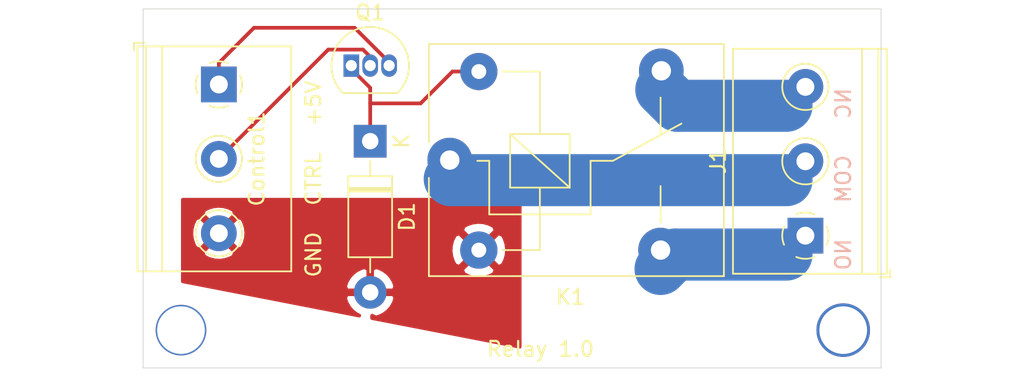
<source format=kicad_pcb>
(kicad_pcb (version 20171130) (host pcbnew "(5.1.2-1)-1")

  (general
    (thickness 1.6)
    (drawings 11)
    (tracks 22)
    (zones 0)
    (modules 7)
    (nets 8)
  )

  (page A4)
  (layers
    (0 F.Cu signal)
    (31 B.Cu signal)
    (32 B.Adhes user hide)
    (33 F.Adhes user hide)
    (34 B.Paste user hide)
    (35 F.Paste user hide)
    (36 B.SilkS user)
    (37 F.SilkS user)
    (38 B.Mask user)
    (39 F.Mask user)
    (40 Dwgs.User user hide)
    (41 Cmts.User user hide)
    (42 Eco1.User user hide)
    (43 Eco2.User user hide)
    (44 Edge.Cuts user)
    (45 Margin user hide)
    (46 B.CrtYd user hide)
    (47 F.CrtYd user hide)
    (48 B.Fab user)
    (49 F.Fab user)
  )

  (setup
    (last_trace_width 0.25)
    (trace_clearance 0.2)
    (zone_clearance 0.508)
    (zone_45_only no)
    (trace_min 0.2)
    (via_size 0.8)
    (via_drill 0.4)
    (via_min_size 0.4)
    (via_min_drill 0.3)
    (uvia_size 0.3)
    (uvia_drill 0.1)
    (uvias_allowed no)
    (uvia_min_size 0.2)
    (uvia_min_drill 0.1)
    (edge_width 0.05)
    (segment_width 0.2)
    (pcb_text_width 0.3)
    (pcb_text_size 1.5 1.5)
    (mod_edge_width 0.12)
    (mod_text_size 1 1)
    (mod_text_width 0.15)
    (pad_size 3.4 3.4)
    (pad_drill 3.2)
    (pad_to_mask_clearance 0.051)
    (solder_mask_min_width 0.25)
    (aux_axis_origin 0 0)
    (visible_elements FFFFFF7F)
    (pcbplotparams
      (layerselection 0x010fc_ffffffff)
      (usegerberextensions false)
      (usegerberattributes false)
      (usegerberadvancedattributes false)
      (creategerberjobfile false)
      (excludeedgelayer true)
      (linewidth 0.100000)
      (plotframeref false)
      (viasonmask false)
      (mode 1)
      (useauxorigin false)
      (hpglpennumber 1)
      (hpglpenspeed 20)
      (hpglpendiameter 15.000000)
      (psnegative false)
      (psa4output false)
      (plotreference true)
      (plotvalue true)
      (plotinvisibletext false)
      (padsonsilk false)
      (subtractmaskfromsilk false)
      (outputformat 1)
      (mirror false)
      (drillshape 1)
      (scaleselection 1)
      (outputdirectory ""))
  )

  (net 0 "")
  (net 1 "Net-(D1-Pad1)")
  (net 2 /IO)
  (net 3 /GND)
  (net 4 /5V)
  (net 5 /COM)
  (net 6 /NC)
  (net 7 /NO)

  (net_class Default "This is the default net class."
    (clearance 0.2)
    (trace_width 0.25)
    (via_dia 0.8)
    (via_drill 0.4)
    (uvia_dia 0.3)
    (uvia_drill 0.1)
    (add_net /5V)
    (add_net /GND)
    (add_net /IO)
    (add_net "Net-(D1-Pad1)")
  )

  (net_class "Hot Side" ""
    (clearance 0.2)
    (trace_width 3.5)
    (via_dia 0.8)
    (via_drill 0.4)
    (uvia_dia 0.3)
    (uvia_drill 0.1)
    (add_net /COM)
    (add_net /NC)
    (add_net /NO)
  )

  (module Connector_Wire:SolderWirePad_1x01_Drill0.8mm (layer F.Cu) (tedit 5CCE850C) (tstamp 5CCDCDE8)
    (at 134.62 72.39)
    (descr "Wire solder connection")
    (tags connector)
    (attr virtual)
    (fp_text reference " " (at 0 -2.54) (layer F.SilkS)
      (effects (font (size 1 1) (thickness 0.15)))
    )
    (fp_text value SolderWirePad_1x01_Drill0.8mm (at 0 2.54) (layer F.Fab)
      (effects (font (size 1 1) (thickness 0.15)))
    )
    (fp_line (start 1.5 1.5) (end -1.5 1.5) (layer F.CrtYd) (width 0.05))
    (fp_line (start 1.5 1.5) (end 1.5 -1.5) (layer F.CrtYd) (width 0.05))
    (fp_line (start -1.5 -1.5) (end -1.5 1.5) (layer F.CrtYd) (width 0.05))
    (fp_line (start -1.5 -1.5) (end 1.5 -1.5) (layer F.CrtYd) (width 0.05))
    (fp_text user %R (at 0 0) (layer F.Fab)
      (effects (font (size 1 1) (thickness 0.15)))
    )
    (pad 1 thru_hole circle (at 0 0) (size 3.4 3.4) (drill 3.2) (layers *.Cu *.Mask))
  )

  (module Connector_Wire:SolderWirePad_1x01_Drill0.8mm (layer F.Cu) (tedit 5CCE849B) (tstamp 5CCDCCD3)
    (at 179.07 72.39)
    (descr "Wire solder connection")
    (tags connector)
    (attr virtual)
    (fp_text reference " " (at 0 -2.54) (layer F.SilkS)
      (effects (font (size 1 1) (thickness 0.15)))
    )
    (fp_text value SolderWirePad_1x01_Drill0.8mm (at 0 2.54) (layer F.Fab)
      (effects (font (size 1 1) (thickness 0.15)))
    )
    (fp_line (start 1.5 1.5) (end -1.5 1.5) (layer F.CrtYd) (width 0.05))
    (fp_line (start 1.5 1.5) (end 1.5 -1.5) (layer F.CrtYd) (width 0.05))
    (fp_line (start -1.5 -1.5) (end -1.5 1.5) (layer F.CrtYd) (width 0.05))
    (fp_line (start -1.5 -1.5) (end 1.5 -1.5) (layer F.CrtYd) (width 0.05))
    (fp_text user %R (at 0 0) (layer F.Fab)
      (effects (font (size 1 1) (thickness 0.15)))
    )
    (pad 1 thru_hole circle (at 0 0) (size 3.6 3.6) (drill 3.2) (layers *.Cu *.Mask))
  )

  (module Diode_THT:D_DO-41_SOD81_P10.16mm_Horizontal (layer F.Cu) (tedit 5AE50CD5) (tstamp 5CCAB51D)
    (at 147.32 59.69 270)
    (descr "Diode, DO-41_SOD81 series, Axial, Horizontal, pin pitch=10.16mm, , length*diameter=5.2*2.7mm^2, , http://www.diodes.com/_files/packages/DO-41%20(Plastic).pdf")
    (tags "Diode DO-41_SOD81 series Axial Horizontal pin pitch 10.16mm  length 5.2mm diameter 2.7mm")
    (path /5CC73439)
    (fp_text reference D1 (at 5.08 -2.47 90) (layer F.SilkS)
      (effects (font (size 1 1) (thickness 0.15)))
    )
    (fp_text value 1N4001 (at 5.08 2.47 90) (layer F.Fab)
      (effects (font (size 1 1) (thickness 0.15)))
    )
    (fp_text user K (at 0 -2.1 90) (layer F.SilkS)
      (effects (font (size 1 1) (thickness 0.15)))
    )
    (fp_text user K (at 0 -2.1 90) (layer F.Fab)
      (effects (font (size 1 1) (thickness 0.15)))
    )
    (fp_text user %R (at 5.47 0 90) (layer F.Fab)
      (effects (font (size 1 1) (thickness 0.15)))
    )
    (fp_line (start 11.51 -1.6) (end -1.35 -1.6) (layer F.CrtYd) (width 0.05))
    (fp_line (start 11.51 1.6) (end 11.51 -1.6) (layer F.CrtYd) (width 0.05))
    (fp_line (start -1.35 1.6) (end 11.51 1.6) (layer F.CrtYd) (width 0.05))
    (fp_line (start -1.35 -1.6) (end -1.35 1.6) (layer F.CrtYd) (width 0.05))
    (fp_line (start 3.14 -1.47) (end 3.14 1.47) (layer F.SilkS) (width 0.12))
    (fp_line (start 3.38 -1.47) (end 3.38 1.47) (layer F.SilkS) (width 0.12))
    (fp_line (start 3.26 -1.47) (end 3.26 1.47) (layer F.SilkS) (width 0.12))
    (fp_line (start 8.82 0) (end 7.8 0) (layer F.SilkS) (width 0.12))
    (fp_line (start 1.34 0) (end 2.36 0) (layer F.SilkS) (width 0.12))
    (fp_line (start 7.8 -1.47) (end 2.36 -1.47) (layer F.SilkS) (width 0.12))
    (fp_line (start 7.8 1.47) (end 7.8 -1.47) (layer F.SilkS) (width 0.12))
    (fp_line (start 2.36 1.47) (end 7.8 1.47) (layer F.SilkS) (width 0.12))
    (fp_line (start 2.36 -1.47) (end 2.36 1.47) (layer F.SilkS) (width 0.12))
    (fp_line (start 3.16 -1.35) (end 3.16 1.35) (layer F.Fab) (width 0.1))
    (fp_line (start 3.36 -1.35) (end 3.36 1.35) (layer F.Fab) (width 0.1))
    (fp_line (start 3.26 -1.35) (end 3.26 1.35) (layer F.Fab) (width 0.1))
    (fp_line (start 10.16 0) (end 7.68 0) (layer F.Fab) (width 0.1))
    (fp_line (start 0 0) (end 2.48 0) (layer F.Fab) (width 0.1))
    (fp_line (start 7.68 -1.35) (end 2.48 -1.35) (layer F.Fab) (width 0.1))
    (fp_line (start 7.68 1.35) (end 7.68 -1.35) (layer F.Fab) (width 0.1))
    (fp_line (start 2.48 1.35) (end 7.68 1.35) (layer F.Fab) (width 0.1))
    (fp_line (start 2.48 -1.35) (end 2.48 1.35) (layer F.Fab) (width 0.1))
    (pad 2 thru_hole oval (at 10.16 0 270) (size 2.2 2.2) (drill 1.1) (layers *.Cu *.Mask)
      (net 3 /GND))
    (pad 1 thru_hole rect (at 0 0 270) (size 2.2 2.2) (drill 1.1) (layers *.Cu *.Mask)
      (net 1 "Net-(D1-Pad1)"))
    (model ${KISYS3DMOD}/Diode_THT.3dshapes/D_DO-41_SOD81_P10.16mm_Horizontal.wrl
      (at (xyz 0 0 0))
      (scale (xyz 1 1 1))
      (rotate (xyz 0 0 0))
    )
  )

  (module Package_TO_SOT_THT:TO-92_Inline (layer F.Cu) (tedit 5A1DD157) (tstamp 5CCAB5A1)
    (at 146.05 54.61)
    (descr "TO-92 leads in-line, narrow, oval pads, drill 0.75mm (see NXP sot054_po.pdf)")
    (tags "to-92 sc-43 sc-43a sot54 PA33 transistor")
    (path /5CC6E538)
    (fp_text reference Q1 (at 1.27 -3.56) (layer F.SilkS)
      (effects (font (size 1 1) (thickness 0.15)))
    )
    (fp_text value 2N3904 (at 1.27 2.79) (layer F.Fab)
      (effects (font (size 1 1) (thickness 0.15)))
    )
    (fp_arc (start 1.27 0) (end 1.27 -2.6) (angle 135) (layer F.SilkS) (width 0.12))
    (fp_arc (start 1.27 0) (end 1.27 -2.48) (angle -135) (layer F.Fab) (width 0.1))
    (fp_arc (start 1.27 0) (end 1.27 -2.6) (angle -135) (layer F.SilkS) (width 0.12))
    (fp_arc (start 1.27 0) (end 1.27 -2.48) (angle 135) (layer F.Fab) (width 0.1))
    (fp_line (start 4 2.01) (end -1.46 2.01) (layer F.CrtYd) (width 0.05))
    (fp_line (start 4 2.01) (end 4 -2.73) (layer F.CrtYd) (width 0.05))
    (fp_line (start -1.46 -2.73) (end -1.46 2.01) (layer F.CrtYd) (width 0.05))
    (fp_line (start -1.46 -2.73) (end 4 -2.73) (layer F.CrtYd) (width 0.05))
    (fp_line (start -0.5 1.75) (end 3 1.75) (layer F.Fab) (width 0.1))
    (fp_line (start -0.53 1.85) (end 3.07 1.85) (layer F.SilkS) (width 0.12))
    (fp_text user %R (at 1.27 -3.56) (layer F.Fab)
      (effects (font (size 1 1) (thickness 0.15)))
    )
    (pad 1 thru_hole rect (at 0 0) (size 1.05 1.5) (drill 0.75) (layers *.Cu *.Mask)
      (net 1 "Net-(D1-Pad1)"))
    (pad 3 thru_hole oval (at 2.54 0) (size 1.05 1.5) (drill 0.75) (layers *.Cu *.Mask)
      (net 4 /5V))
    (pad 2 thru_hole oval (at 1.27 0) (size 1.05 1.5) (drill 0.75) (layers *.Cu *.Mask)
      (net 2 /IO))
    (model ${KISYS3DMOD}/Package_TO_SOT_THT.3dshapes/TO-92_Inline.wrl
      (at (xyz 0 0 0))
      (scale (xyz 1 1 1))
      (rotate (xyz 0 0 0))
    )
  )

  (module Relay_THT:Relay_SPDT_SANYOU_SRD_Series_Form_C (layer F.Cu) (tedit 58FA3148) (tstamp 5CCAB58F)
    (at 152.66 60.96)
    (descr "relay Sanyou SRD series Form C http://www.sanyourelay.ca/public/products/pdf/SRD.pdf")
    (tags "relay Sanyu SRD form C")
    (path /5CC6AF36)
    (fp_text reference K1 (at 8.1 9.2) (layer F.SilkS)
      (effects (font (size 1 1) (thickness 0.15)))
    )
    (fp_text value SANYOU_SRD_Form_C (at 8 -9.6) (layer F.Fab)
      (effects (font (size 1 1) (thickness 0.15)))
    )
    (fp_line (start 8.05 1.85) (end 4.05 1.85) (layer F.SilkS) (width 0.12))
    (fp_line (start 8.05 -1.75) (end 8.05 1.85) (layer F.SilkS) (width 0.12))
    (fp_line (start 4.05 -1.75) (end 8.05 -1.75) (layer F.SilkS) (width 0.12))
    (fp_line (start 4.05 1.85) (end 4.05 -1.75) (layer F.SilkS) (width 0.12))
    (fp_line (start 8.05 1.85) (end 4.05 -1.75) (layer F.SilkS) (width 0.12))
    (fp_line (start 6.05 1.85) (end 6.05 6.05) (layer F.SilkS) (width 0.12))
    (fp_line (start 6.05 -5.95) (end 6.05 -1.75) (layer F.SilkS) (width 0.12))
    (fp_line (start 2.65 0.05) (end 2.65 3.65) (layer F.SilkS) (width 0.12))
    (fp_line (start 9.45 0.05) (end 9.45 3.65) (layer F.SilkS) (width 0.12))
    (fp_line (start 9.45 3.65) (end 2.65 3.65) (layer F.SilkS) (width 0.12))
    (fp_line (start 10.95 0.05) (end 15.55 -2.45) (layer F.SilkS) (width 0.12))
    (fp_line (start 9.45 0.05) (end 10.95 0.05) (layer F.SilkS) (width 0.12))
    (fp_line (start 6.05 -5.95) (end 3.55 -5.95) (layer F.SilkS) (width 0.12))
    (fp_line (start 2.65 0.05) (end 1.85 0.05) (layer F.SilkS) (width 0.12))
    (fp_line (start 3.55 6.05) (end 6.05 6.05) (layer F.SilkS) (width 0.12))
    (fp_line (start 14.15 -4.2) (end 14.15 -1.7) (layer F.SilkS) (width 0.12))
    (fp_line (start 14.15 4.2) (end 14.15 1.75) (layer F.SilkS) (width 0.12))
    (fp_line (start -1.55 7.95) (end 18.55 7.95) (layer F.CrtYd) (width 0.05))
    (fp_line (start 18.55 -7.95) (end 18.55 7.95) (layer F.CrtYd) (width 0.05))
    (fp_line (start -1.55 7.95) (end -1.55 -7.95) (layer F.CrtYd) (width 0.05))
    (fp_line (start 18.55 -7.95) (end -1.55 -7.95) (layer F.CrtYd) (width 0.05))
    (fp_text user %R (at 7.1 0.025) (layer F.Fab)
      (effects (font (size 1 1) (thickness 0.15)))
    )
    (fp_line (start -1.3 7.7) (end -1.3 -7.7) (layer F.Fab) (width 0.12))
    (fp_line (start 18.3 7.7) (end -1.3 7.7) (layer F.Fab) (width 0.12))
    (fp_line (start 18.3 -7.7) (end 18.3 7.7) (layer F.Fab) (width 0.12))
    (fp_line (start -1.3 -7.7) (end 18.3 -7.7) (layer F.Fab) (width 0.12))
    (fp_text user 1 (at 0 -2.3) (layer F.Fab)
      (effects (font (size 1 1) (thickness 0.15)))
    )
    (fp_line (start 18.4 7.8) (end -1.4 7.8) (layer F.SilkS) (width 0.12))
    (fp_line (start 18.4 -7.8) (end 18.4 7.8) (layer F.SilkS) (width 0.12))
    (fp_line (start -1.4 -7.8) (end 18.4 -7.8) (layer F.SilkS) (width 0.12))
    (fp_line (start -1.4 -7.8) (end -1.4 -1.2) (layer F.SilkS) (width 0.12))
    (fp_line (start -1.4 1.2) (end -1.4 7.8) (layer F.SilkS) (width 0.12))
    (pad 1 thru_hole circle (at 0 0 90) (size 3 3) (drill 1.3) (layers *.Cu *.Mask)
      (net 5 /COM))
    (pad 5 thru_hole circle (at 1.95 -5.95 90) (size 2.5 2.5) (drill 1) (layers *.Cu *.Mask)
      (net 1 "Net-(D1-Pad1)"))
    (pad 4 thru_hole circle (at 14.2 -6 90) (size 3 3) (drill 1.3) (layers *.Cu *.Mask)
      (net 6 /NC))
    (pad 3 thru_hole circle (at 14.15 6.05 90) (size 3 3) (drill 1.3) (layers *.Cu *.Mask)
      (net 7 /NO))
    (pad 2 thru_hole circle (at 1.95 6.05 90) (size 2.5 2.5) (drill 1) (layers *.Cu *.Mask)
      (net 3 /GND))
    (model ${KISYS3DMOD}/Relay_THT.3dshapes/Relay_SPDT_SANYOU_SRD_Series_Form_C.wrl
      (at (xyz 0 0 0))
      (scale (xyz 1 1 1))
      (rotate (xyz 0 0 0))
    )
  )

  (module TerminalBlock_Philmore:TerminalBlock_Philmore_TB133_1x03_P5.00mm_Horizontal (layer F.Cu) (tedit 5B294EAF) (tstamp 5CCAB566)
    (at 176.53 66.04 90)
    (descr "Terminal Block Philmore , 3 pins, pitch 5mm, size 15x10.2mm^2, drill diamater 1.2mm, pad diameter 2.4mm, see http://www.philmore-datak.com/mc/Page%20197.pdf, script-generated using https://github.com/pointhi/kicad-footprint-generator/scripts/TerminalBlock_Philmore")
    (tags "THT Terminal Block Philmore  pitch 5mm size 15x10.2mm^2 drill 1.2mm pad 2.4mm")
    (path /5CC71CF7)
    (fp_text reference J1 (at 5 -5.86 90) (layer F.SilkS)
      (effects (font (size 1 1) (thickness 0.15)))
    )
    (fp_text value Screw_Terminal_01x03 (at 5 6.46 90) (layer F.Fab)
      (effects (font (size 1 1) (thickness 0.15)))
    )
    (fp_text user %R (at 5 2.8 90) (layer F.Fab)
      (effects (font (size 1 1) (thickness 0.15)))
    )
    (fp_line (start 13 -5.3) (end -3 -5.3) (layer F.CrtYd) (width 0.05))
    (fp_line (start 13 5.9) (end 13 -5.3) (layer F.CrtYd) (width 0.05))
    (fp_line (start -3 5.9) (end 13 5.9) (layer F.CrtYd) (width 0.05))
    (fp_line (start -3 -5.3) (end -3 5.9) (layer F.CrtYd) (width 0.05))
    (fp_line (start -2.8 5.7) (end -2.3 5.7) (layer F.SilkS) (width 0.12))
    (fp_line (start -2.8 4.96) (end -2.8 5.7) (layer F.SilkS) (width 0.12))
    (fp_line (start 8.9 0.069) (end 8.9 -0.069) (layer F.Fab) (width 0.1))
    (fp_line (start 9.931 0.069) (end 8.9 0.069) (layer F.Fab) (width 0.1))
    (fp_line (start 9.931 1.1) (end 9.931 0.069) (layer F.Fab) (width 0.1))
    (fp_line (start 10.069 1.1) (end 9.931 1.1) (layer F.Fab) (width 0.1))
    (fp_line (start 10.069 0.069) (end 10.069 1.1) (layer F.Fab) (width 0.1))
    (fp_line (start 11.1 0.069) (end 10.069 0.069) (layer F.Fab) (width 0.1))
    (fp_line (start 11.1 -0.069) (end 11.1 0.069) (layer F.Fab) (width 0.1))
    (fp_line (start 10.069 -0.069) (end 11.1 -0.069) (layer F.Fab) (width 0.1))
    (fp_line (start 10.069 -1.1) (end 10.069 -0.069) (layer F.Fab) (width 0.1))
    (fp_line (start 9.931 -1.1) (end 10.069 -1.1) (layer F.Fab) (width 0.1))
    (fp_line (start 9.931 -0.069) (end 9.931 -1.1) (layer F.Fab) (width 0.1))
    (fp_line (start 8.9 -0.069) (end 9.931 -0.069) (layer F.Fab) (width 0.1))
    (fp_line (start 3.9 0.069) (end 3.9 -0.069) (layer F.Fab) (width 0.1))
    (fp_line (start 4.931 0.069) (end 3.9 0.069) (layer F.Fab) (width 0.1))
    (fp_line (start 4.931 1.1) (end 4.931 0.069) (layer F.Fab) (width 0.1))
    (fp_line (start 5.069 1.1) (end 4.931 1.1) (layer F.Fab) (width 0.1))
    (fp_line (start 5.069 0.069) (end 5.069 1.1) (layer F.Fab) (width 0.1))
    (fp_line (start 6.1 0.069) (end 5.069 0.069) (layer F.Fab) (width 0.1))
    (fp_line (start 6.1 -0.069) (end 6.1 0.069) (layer F.Fab) (width 0.1))
    (fp_line (start 5.069 -0.069) (end 6.1 -0.069) (layer F.Fab) (width 0.1))
    (fp_line (start 5.069 -1.1) (end 5.069 -0.069) (layer F.Fab) (width 0.1))
    (fp_line (start 4.931 -1.1) (end 5.069 -1.1) (layer F.Fab) (width 0.1))
    (fp_line (start 4.931 -0.069) (end 4.931 -1.1) (layer F.Fab) (width 0.1))
    (fp_line (start 3.9 -0.069) (end 4.931 -0.069) (layer F.Fab) (width 0.1))
    (fp_line (start -1.1 0.069) (end -1.1 -0.069) (layer F.Fab) (width 0.1))
    (fp_line (start -0.069 0.069) (end -1.1 0.069) (layer F.Fab) (width 0.1))
    (fp_line (start -0.069 1.1) (end -0.069 0.069) (layer F.Fab) (width 0.1))
    (fp_line (start 0.069 1.1) (end -0.069 1.1) (layer F.Fab) (width 0.1))
    (fp_line (start 0.069 0.069) (end 0.069 1.1) (layer F.Fab) (width 0.1))
    (fp_line (start 1.1 0.069) (end 0.069 0.069) (layer F.Fab) (width 0.1))
    (fp_line (start 1.1 -0.069) (end 1.1 0.069) (layer F.Fab) (width 0.1))
    (fp_line (start 0.069 -0.069) (end 1.1 -0.069) (layer F.Fab) (width 0.1))
    (fp_line (start 0.069 -1.1) (end 0.069 -0.069) (layer F.Fab) (width 0.1))
    (fp_line (start -0.069 -1.1) (end 0.069 -1.1) (layer F.Fab) (width 0.1))
    (fp_line (start -0.069 -0.069) (end -0.069 -1.1) (layer F.Fab) (width 0.1))
    (fp_line (start -1.1 -0.069) (end -0.069 -0.069) (layer F.Fab) (width 0.1))
    (fp_line (start 12.56 -4.86) (end 12.56 5.46) (layer F.SilkS) (width 0.12))
    (fp_line (start -2.56 -4.86) (end -2.56 5.46) (layer F.SilkS) (width 0.12))
    (fp_line (start -2.56 5.46) (end 12.56 5.46) (layer F.SilkS) (width 0.12))
    (fp_line (start -2.56 -4.86) (end 12.56 -4.86) (layer F.SilkS) (width 0.12))
    (fp_line (start -2.56 3.8) (end 12.56 3.8) (layer F.SilkS) (width 0.12))
    (fp_line (start -2.5 3.8) (end 12.5 3.8) (layer F.Fab) (width 0.1))
    (fp_line (start -2.56 4.9) (end 12.56 4.9) (layer F.SilkS) (width 0.12))
    (fp_line (start -2.5 4.9) (end 12.5 4.9) (layer F.Fab) (width 0.1))
    (fp_line (start -2.5 4.9) (end -2.5 -4.8) (layer F.Fab) (width 0.1))
    (fp_line (start -2 5.4) (end -2.5 4.9) (layer F.Fab) (width 0.1))
    (fp_line (start 12.5 5.4) (end -2 5.4) (layer F.Fab) (width 0.1))
    (fp_line (start 12.5 -4.8) (end 12.5 5.4) (layer F.Fab) (width 0.1))
    (fp_line (start -2.5 -4.8) (end 12.5 -4.8) (layer F.Fab) (width 0.1))
    (fp_circle (center 10 0) (end 11.555 0) (layer F.SilkS) (width 0.12))
    (fp_circle (center 10 0) (end 11.375 0) (layer F.Fab) (width 0.1))
    (fp_circle (center 5 0) (end 6.555 0) (layer F.SilkS) (width 0.12))
    (fp_circle (center 5 0) (end 6.375 0) (layer F.Fab) (width 0.1))
    (fp_circle (center 0 0) (end 1.375 0) (layer F.Fab) (width 0.1))
    (fp_arc (start 0 0) (end -0.608 1.432) (angle -24) (layer F.SilkS) (width 0.12))
    (fp_arc (start 0 0) (end -1.432 -0.608) (angle -46) (layer F.SilkS) (width 0.12))
    (fp_arc (start 0 0) (end 0.608 -1.432) (angle -46) (layer F.SilkS) (width 0.12))
    (fp_arc (start 0 0) (end 1.432 0.608) (angle -46) (layer F.SilkS) (width 0.12))
    (fp_arc (start 0 0) (end 0 1.555) (angle -23) (layer F.SilkS) (width 0.12))
    (pad 3 thru_hole circle (at 10 0 90) (size 2.4 2.4) (drill 1.2) (layers *.Cu *.Mask)
      (net 6 /NC))
    (pad 2 thru_hole circle (at 5 0 90) (size 2.4 2.4) (drill 1.2) (layers *.Cu *.Mask)
      (net 5 /COM))
    (pad 1 thru_hole rect (at 0 0 90) (size 2.4 2.4) (drill 1.2) (layers *.Cu *.Mask)
      (net 7 /NO))
    (model ${KISYS3DMOD}/TerminalBlock_Philmore.3dshapes/TerminalBlock_Philmore_TB133_1x03_P5.00mm_Horizontal.wrl
      (at (xyz 0 0 0))
      (scale (xyz 1 1 1))
      (rotate (xyz 0 0 0))
    )
  )

  (module TerminalBlock_Philmore:TerminalBlock_Philmore_TB133_1x03_P5.00mm_Horizontal (layer F.Cu) (tedit 5B294EAF) (tstamp 5CCAB4FE)
    (at 137.16 55.88 270)
    (descr "Terminal Block Philmore , 3 pins, pitch 5mm, size 15x10.2mm^2, drill diamater 1.2mm, pad diameter 2.4mm, see http://www.philmore-datak.com/mc/Page%20197.pdf, script-generated using https://github.com/pointhi/kicad-footprint-generator/scripts/TerminalBlock_Philmore")
    (tags "THT Terminal Block Philmore  pitch 5mm size 15x10.2mm^2 drill 1.2mm pad 2.4mm")
    (path /5CC6CCE5)
    (fp_text reference Control1 (at 5 -2.54 90) (layer F.SilkS)
      (effects (font (size 1 1) (thickness 0.15)))
    )
    (fp_text value Screw_Terminal_01x03 (at 5 6.46 90) (layer F.Fab)
      (effects (font (size 1 1) (thickness 0.15)))
    )
    (fp_text user %R (at 5 2.8 90) (layer F.Fab)
      (effects (font (size 1 1) (thickness 0.15)))
    )
    (fp_line (start 13 -5.3) (end -3 -5.3) (layer F.CrtYd) (width 0.05))
    (fp_line (start 13 5.9) (end 13 -5.3) (layer F.CrtYd) (width 0.05))
    (fp_line (start -3 5.9) (end 13 5.9) (layer F.CrtYd) (width 0.05))
    (fp_line (start -3 -5.3) (end -3 5.9) (layer F.CrtYd) (width 0.05))
    (fp_line (start -2.8 5.7) (end -2.3 5.7) (layer F.SilkS) (width 0.12))
    (fp_line (start -2.8 4.96) (end -2.8 5.7) (layer F.SilkS) (width 0.12))
    (fp_line (start 8.9 0.069) (end 8.9 -0.069) (layer F.Fab) (width 0.1))
    (fp_line (start 9.931 0.069) (end 8.9 0.069) (layer F.Fab) (width 0.1))
    (fp_line (start 9.931 1.1) (end 9.931 0.069) (layer F.Fab) (width 0.1))
    (fp_line (start 10.069 1.1) (end 9.931 1.1) (layer F.Fab) (width 0.1))
    (fp_line (start 10.069 0.069) (end 10.069 1.1) (layer F.Fab) (width 0.1))
    (fp_line (start 11.1 0.069) (end 10.069 0.069) (layer F.Fab) (width 0.1))
    (fp_line (start 11.1 -0.069) (end 11.1 0.069) (layer F.Fab) (width 0.1))
    (fp_line (start 10.069 -0.069) (end 11.1 -0.069) (layer F.Fab) (width 0.1))
    (fp_line (start 10.069 -1.1) (end 10.069 -0.069) (layer F.Fab) (width 0.1))
    (fp_line (start 9.931 -1.1) (end 10.069 -1.1) (layer F.Fab) (width 0.1))
    (fp_line (start 9.931 -0.069) (end 9.931 -1.1) (layer F.Fab) (width 0.1))
    (fp_line (start 8.9 -0.069) (end 9.931 -0.069) (layer F.Fab) (width 0.1))
    (fp_line (start 3.9 0.069) (end 3.9 -0.069) (layer F.Fab) (width 0.1))
    (fp_line (start 4.931 0.069) (end 3.9 0.069) (layer F.Fab) (width 0.1))
    (fp_line (start 4.931 1.1) (end 4.931 0.069) (layer F.Fab) (width 0.1))
    (fp_line (start 5.069 1.1) (end 4.931 1.1) (layer F.Fab) (width 0.1))
    (fp_line (start 5.069 0.069) (end 5.069 1.1) (layer F.Fab) (width 0.1))
    (fp_line (start 6.1 0.069) (end 5.069 0.069) (layer F.Fab) (width 0.1))
    (fp_line (start 6.1 -0.069) (end 6.1 0.069) (layer F.Fab) (width 0.1))
    (fp_line (start 5.069 -0.069) (end 6.1 -0.069) (layer F.Fab) (width 0.1))
    (fp_line (start 5.069 -1.1) (end 5.069 -0.069) (layer F.Fab) (width 0.1))
    (fp_line (start 4.931 -1.1) (end 5.069 -1.1) (layer F.Fab) (width 0.1))
    (fp_line (start 4.931 -0.069) (end 4.931 -1.1) (layer F.Fab) (width 0.1))
    (fp_line (start 3.9 -0.069) (end 4.931 -0.069) (layer F.Fab) (width 0.1))
    (fp_line (start -1.1 0.069) (end -1.1 -0.069) (layer F.Fab) (width 0.1))
    (fp_line (start -0.069 0.069) (end -1.1 0.069) (layer F.Fab) (width 0.1))
    (fp_line (start -0.069 1.1) (end -0.069 0.069) (layer F.Fab) (width 0.1))
    (fp_line (start 0.069 1.1) (end -0.069 1.1) (layer F.Fab) (width 0.1))
    (fp_line (start 0.069 0.069) (end 0.069 1.1) (layer F.Fab) (width 0.1))
    (fp_line (start 1.1 0.069) (end 0.069 0.069) (layer F.Fab) (width 0.1))
    (fp_line (start 1.1 -0.069) (end 1.1 0.069) (layer F.Fab) (width 0.1))
    (fp_line (start 0.069 -0.069) (end 1.1 -0.069) (layer F.Fab) (width 0.1))
    (fp_line (start 0.069 -1.1) (end 0.069 -0.069) (layer F.Fab) (width 0.1))
    (fp_line (start -0.069 -1.1) (end 0.069 -1.1) (layer F.Fab) (width 0.1))
    (fp_line (start -0.069 -0.069) (end -0.069 -1.1) (layer F.Fab) (width 0.1))
    (fp_line (start -1.1 -0.069) (end -0.069 -0.069) (layer F.Fab) (width 0.1))
    (fp_line (start 12.56 -4.86) (end 12.56 5.46) (layer F.SilkS) (width 0.12))
    (fp_line (start -2.56 -4.86) (end -2.56 5.46) (layer F.SilkS) (width 0.12))
    (fp_line (start -2.56 5.46) (end 12.56 5.46) (layer F.SilkS) (width 0.12))
    (fp_line (start -2.56 -4.86) (end 12.56 -4.86) (layer F.SilkS) (width 0.12))
    (fp_line (start -2.56 3.8) (end 12.56 3.8) (layer F.SilkS) (width 0.12))
    (fp_line (start -2.5 3.8) (end 12.5 3.8) (layer F.Fab) (width 0.1))
    (fp_line (start -2.56 4.9) (end 12.56 4.9) (layer F.SilkS) (width 0.12))
    (fp_line (start -2.5 4.9) (end 12.5 4.9) (layer F.Fab) (width 0.1))
    (fp_line (start -2.5 4.9) (end -2.5 -4.8) (layer F.Fab) (width 0.1))
    (fp_line (start -2 5.4) (end -2.5 4.9) (layer F.Fab) (width 0.1))
    (fp_line (start 12.5 5.4) (end -2 5.4) (layer F.Fab) (width 0.1))
    (fp_line (start 12.5 -4.8) (end 12.5 5.4) (layer F.Fab) (width 0.1))
    (fp_line (start -2.5 -4.8) (end 12.5 -4.8) (layer F.Fab) (width 0.1))
    (fp_circle (center 10 0) (end 11.555 0) (layer F.SilkS) (width 0.12))
    (fp_circle (center 10 0) (end 11.375 0) (layer F.Fab) (width 0.1))
    (fp_circle (center 5 0) (end 6.555 0) (layer F.SilkS) (width 0.12))
    (fp_circle (center 5 0) (end 6.375 0) (layer F.Fab) (width 0.1))
    (fp_circle (center 0 0) (end 1.375 0) (layer F.Fab) (width 0.1))
    (fp_arc (start 0 0) (end -0.608 1.432) (angle -24) (layer F.SilkS) (width 0.12))
    (fp_arc (start 0 0) (end -1.432 -0.608) (angle -46) (layer F.SilkS) (width 0.12))
    (fp_arc (start 0 0) (end 0.608 -1.432) (angle -46) (layer F.SilkS) (width 0.12))
    (fp_arc (start 0 0) (end 1.432 0.608) (angle -46) (layer F.SilkS) (width 0.12))
    (fp_arc (start 0 0) (end 0 1.555) (angle -23) (layer F.SilkS) (width 0.12))
    (pad 3 thru_hole circle (at 10 0 270) (size 2.4 2.4) (drill 1.2) (layers *.Cu *.Mask)
      (net 3 /GND))
    (pad 2 thru_hole circle (at 5 0 270) (size 2.4 2.4) (drill 1.2) (layers *.Cu *.Mask)
      (net 2 /IO))
    (pad 1 thru_hole rect (at 0 0 270) (size 2.4 2.4) (drill 1.2) (layers *.Cu *.Mask)
      (net 4 /5V))
    (model ${KISYS3DMOD}/TerminalBlock_Philmore.3dshapes/TerminalBlock_Philmore_TB133_1x03_P5.00mm_Horizontal.wrl
      (at (xyz 0 0 0))
      (scale (xyz 1 1 1))
      (rotate (xyz 0 0 0))
    )
  )

  (gr_line (start 132.08 50.8) (end 181.61 50.8) (layer Edge.Cuts) (width 0.05) (tstamp 5CCCE255))
  (gr_line (start 132.08 74.93) (end 132.08 50.8) (layer Edge.Cuts) (width 0.05))
  (gr_line (start 181.61 74.93) (end 132.08 74.93) (layer Edge.Cuts) (width 0.05))
  (gr_line (start 181.61 50.8) (end 181.61 74.93) (layer Edge.Cuts) (width 0.05))
  (gr_text "Relay 1.0" (at 158.75 73.66) (layer F.SilkS)
    (effects (font (size 1 1) (thickness 0.15)))
  )
  (gr_text +5V (at 143.51 57.15 90) (layer F.SilkS)
    (effects (font (size 1 1) (thickness 0.15)))
  )
  (gr_text CTRL (at 143.51 62.23 90) (layer F.SilkS)
    (effects (font (size 1 1) (thickness 0.15)))
  )
  (gr_text GND (at 143.51 67.31 90) (layer F.SilkS)
    (effects (font (size 1 1) (thickness 0.15)))
  )
  (gr_text NO (at 179.07 67.31 90) (layer B.SilkS)
    (effects (font (size 1 1) (thickness 0.15)) (justify mirror))
  )
  (gr_text COM (at 179.07 62.23 90) (layer B.SilkS)
    (effects (font (size 1 1) (thickness 0.15)) (justify mirror))
  )
  (gr_text NC (at 179.07 57.15 90) (layer B.SilkS)
    (effects (font (size 1 1) (thickness 0.15)) (justify mirror))
  )

  (segment (start 146.05 54.835) (end 147.32 56.105) (width 0.25) (layer F.Cu) (net 1) (status 10))
  (segment (start 146.05 54.61) (end 146.05 54.835) (width 0.25) (layer F.Cu) (net 1) (status 30))
  (segment (start 147.32 56.105) (end 147.32 57.15) (width 0.25) (layer F.Cu) (net 1))
  (segment (start 147.32 57.15) (end 147.32 59.69) (width 0.25) (layer F.Cu) (net 1) (status 20))
  (segment (start 150.702234 57.15) (end 147.32 57.15) (width 0.25) (layer F.Cu) (net 1))
  (segment (start 152.842234 55.01) (end 150.702234 57.15) (width 0.25) (layer F.Cu) (net 1))
  (segment (start 154.61 55.01) (end 152.842234 55.01) (width 0.25) (layer F.Cu) (net 1) (status 10))
  (segment (start 147.32 54.019998) (end 147.32 54.61) (width 0.25) (layer F.Cu) (net 2) (status 30))
  (segment (start 144.505001 53.534999) (end 146.835001 53.534999) (width 0.25) (layer F.Cu) (net 2))
  (segment (start 146.835001 53.534999) (end 147.32 54.019998) (width 0.25) (layer F.Cu) (net 2) (status 20))
  (segment (start 137.16 60.88) (end 144.505001 53.534999) (width 0.25) (layer F.Cu) (net 2) (status 10))
  (segment (start 137.16 55.88) (end 137.16 54.43) (width 0.25) (layer F.Cu) (net 4) (status 10))
  (segment (start 137.16 54.43) (end 139.52 52.07) (width 0.25) (layer F.Cu) (net 4))
  (segment (start 139.52 52.07) (end 146.275 52.07) (width 0.25) (layer F.Cu) (net 4))
  (segment (start 146.275 52.07) (end 148.59 54.385) (width 0.25) (layer F.Cu) (net 4) (status 20))
  (segment (start 148.59 54.385) (end 148.59 54.61) (width 0.25) (layer F.Cu) (net 4) (status 30))
  (segment (start 152.74 62.31) (end 152.66 62.23) (width 3.5) (layer B.Cu) (net 5) (status 30))
  (segment (start 175.26 62.31) (end 152.74 62.31) (width 3.5) (layer B.Cu) (net 5) (status 20))
  (segment (start 167.94 57.31) (end 166.86 56.23) (width 3.5) (layer B.Cu) (net 6) (status 20))
  (segment (start 175.26 57.31) (end 167.94 57.31) (width 3.5) (layer B.Cu) (net 6))
  (segment (start 167.78 67.31) (end 166.81 68.28) (width 3.5) (layer B.Cu) (net 7) (status 30))
  (segment (start 175.26 67.31) (end 167.78 67.31) (width 3.5) (layer B.Cu) (net 7) (status 20))

  (zone (net 3) (net_name /GND) (layer F.Cu) (tstamp 5CCC900D) (hatch edge 0.508)
    (connect_pads (clearance 0.508))
    (min_thickness 0.254)
    (fill yes (arc_segments 32) (thermal_gap 0.508) (thermal_bridge_width 0.508))
    (polygon
      (pts
        (xy 134.62 63.5) (xy 157.48 63.5) (xy 157.48 73.66) (xy 134.62 69.215)
      )
    )
    (filled_polygon
      (pts
        (xy 157.353 73.505927) (xy 147.447002 71.579761) (xy 147.447002 71.421126) (xy 147.716122 71.539175) (xy 147.929094 71.474575)
        (xy 148.234329 71.324531) (xy 148.504427 71.117822) (xy 148.729008 70.862391) (xy 148.899442 70.568054) (xy 149.009179 70.246123)
        (xy 148.8916 69.977) (xy 147.447 69.977) (xy 147.447 69.997) (xy 147.193 69.997) (xy 147.193 69.977)
        (xy 145.7484 69.977) (xy 145.630821 70.246123) (xy 145.740558 70.568054) (xy 145.910992 70.862391) (xy 146.135573 71.117822)
        (xy 146.405671 71.324531) (xy 146.583202 71.4118) (xy 136.513885 69.453877) (xy 145.630821 69.453877) (xy 145.7484 69.723)
        (xy 147.193 69.723) (xy 147.193 68.278875) (xy 147.447 68.278875) (xy 147.447 69.723) (xy 148.8916 69.723)
        (xy 149.009179 69.453877) (xy 148.899442 69.131946) (xy 148.729008 68.837609) (xy 148.504427 68.582178) (xy 148.234329 68.375469)
        (xy 148.128822 68.323605) (xy 153.476 68.323605) (xy 153.601914 68.613577) (xy 153.934126 68.779433) (xy 154.292312 68.87729)
        (xy 154.662706 68.903389) (xy 155.031075 68.856725) (xy 155.383262 68.739094) (xy 155.618086 68.613577) (xy 155.744 68.323605)
        (xy 154.61 67.189605) (xy 153.476 68.323605) (xy 148.128822 68.323605) (xy 147.929094 68.225425) (xy 147.716122 68.160825)
        (xy 147.447 68.278875) (xy 147.193 68.278875) (xy 146.923878 68.160825) (xy 146.710906 68.225425) (xy 146.405671 68.375469)
        (xy 146.135573 68.582178) (xy 145.910992 68.837609) (xy 145.740558 69.131946) (xy 145.630821 69.453877) (xy 136.513885 69.453877)
        (xy 134.747 69.110316) (xy 134.747 67.15798) (xy 136.061626 67.15798) (xy 136.181514 67.442836) (xy 136.50521 67.603699)
        (xy 136.854069 67.698322) (xy 137.214684 67.723067) (xy 137.573198 67.676985) (xy 137.915833 67.561846) (xy 138.138486 67.442836)
        (xy 138.258374 67.15798) (xy 138.163101 67.062706) (xy 152.716611 67.062706) (xy 152.763275 67.431075) (xy 152.880906 67.783262)
        (xy 153.006423 68.018086) (xy 153.296395 68.144) (xy 154.430395 67.01) (xy 154.789605 67.01) (xy 155.923605 68.144)
        (xy 156.213577 68.018086) (xy 156.379433 67.685874) (xy 156.47729 67.327688) (xy 156.503389 66.957294) (xy 156.456725 66.588925)
        (xy 156.339094 66.236738) (xy 156.213577 66.001914) (xy 155.923605 65.876) (xy 154.789605 67.01) (xy 154.430395 67.01)
        (xy 153.296395 65.876) (xy 153.006423 66.001914) (xy 152.840567 66.334126) (xy 152.74271 66.692312) (xy 152.716611 67.062706)
        (xy 138.163101 67.062706) (xy 137.16 66.059605) (xy 136.061626 67.15798) (xy 134.747 67.15798) (xy 134.747 65.934684)
        (xy 135.316933 65.934684) (xy 135.363015 66.293198) (xy 135.478154 66.635833) (xy 135.597164 66.858486) (xy 135.88202 66.978374)
        (xy 136.980395 65.88) (xy 137.339605 65.88) (xy 138.43798 66.978374) (xy 138.722836 66.858486) (xy 138.883699 66.53479)
        (xy 138.978322 66.185931) (xy 139.003067 65.825316) (xy 138.986496 65.696395) (xy 153.476 65.696395) (xy 154.61 66.830395)
        (xy 155.744 65.696395) (xy 155.618086 65.406423) (xy 155.285874 65.240567) (xy 154.927688 65.14271) (xy 154.557294 65.116611)
        (xy 154.188925 65.163275) (xy 153.836738 65.280906) (xy 153.601914 65.406423) (xy 153.476 65.696395) (xy 138.986496 65.696395)
        (xy 138.956985 65.466802) (xy 138.841846 65.124167) (xy 138.722836 64.901514) (xy 138.43798 64.781626) (xy 137.339605 65.88)
        (xy 136.980395 65.88) (xy 135.88202 64.781626) (xy 135.597164 64.901514) (xy 135.436301 65.22521) (xy 135.341678 65.574069)
        (xy 135.316933 65.934684) (xy 134.747 65.934684) (xy 134.747 64.60202) (xy 136.061626 64.60202) (xy 137.16 65.700395)
        (xy 138.258374 64.60202) (xy 138.138486 64.317164) (xy 137.81479 64.156301) (xy 137.465931 64.061678) (xy 137.105316 64.036933)
        (xy 136.746802 64.083015) (xy 136.404167 64.198154) (xy 136.181514 64.317164) (xy 136.061626 64.60202) (xy 134.747 64.60202)
        (xy 134.747 63.627) (xy 157.353 63.627)
      )
    )
  )
)

</source>
